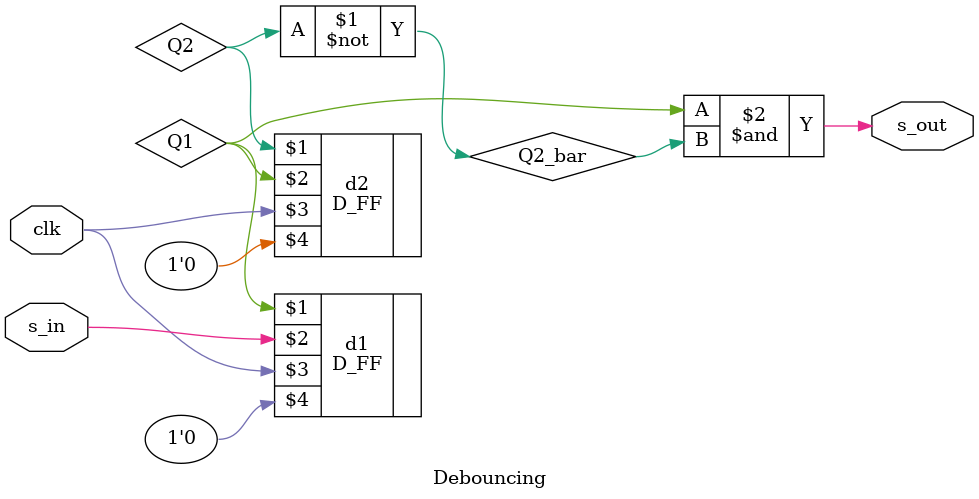
<source format=v>

module Debouncing(s_out, s_in, clk);
	output s_out;
	input s_in, clk;
	wire Q1,Q2,Q2_bar;
	D_FF d1(Q1, s_in, clk, 1'b0);
	D_FF d2(Q2, Q1, clk, 1'b0);

	assign Q2_bar = ~Q2;
	assign s_out = Q1 & Q2_bar;
endmodule

</source>
